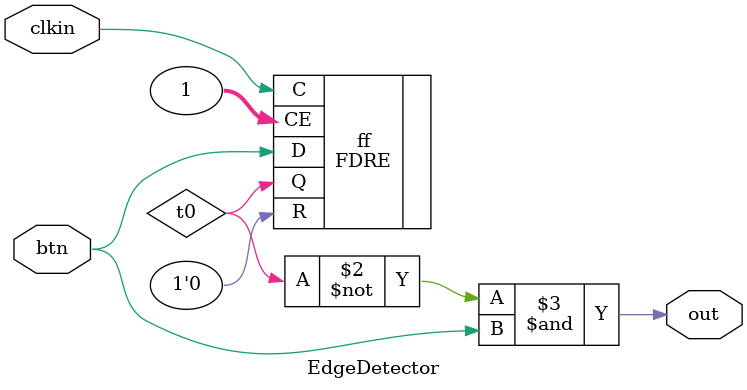
<source format=v>
`timescale 1ns / 1ps


module EdgeDetector(
    input btn,
    input clkin,
    output out
    );
    
    wire t0;
    
     FDRE #(.INIT(1'b0) ) ff (.C(clkin), .R(1'b0), .CE(1), .D(btn), .Q(t0));
     
     assign out = ~t0 & btn;
     
     
     
endmodule

</source>
